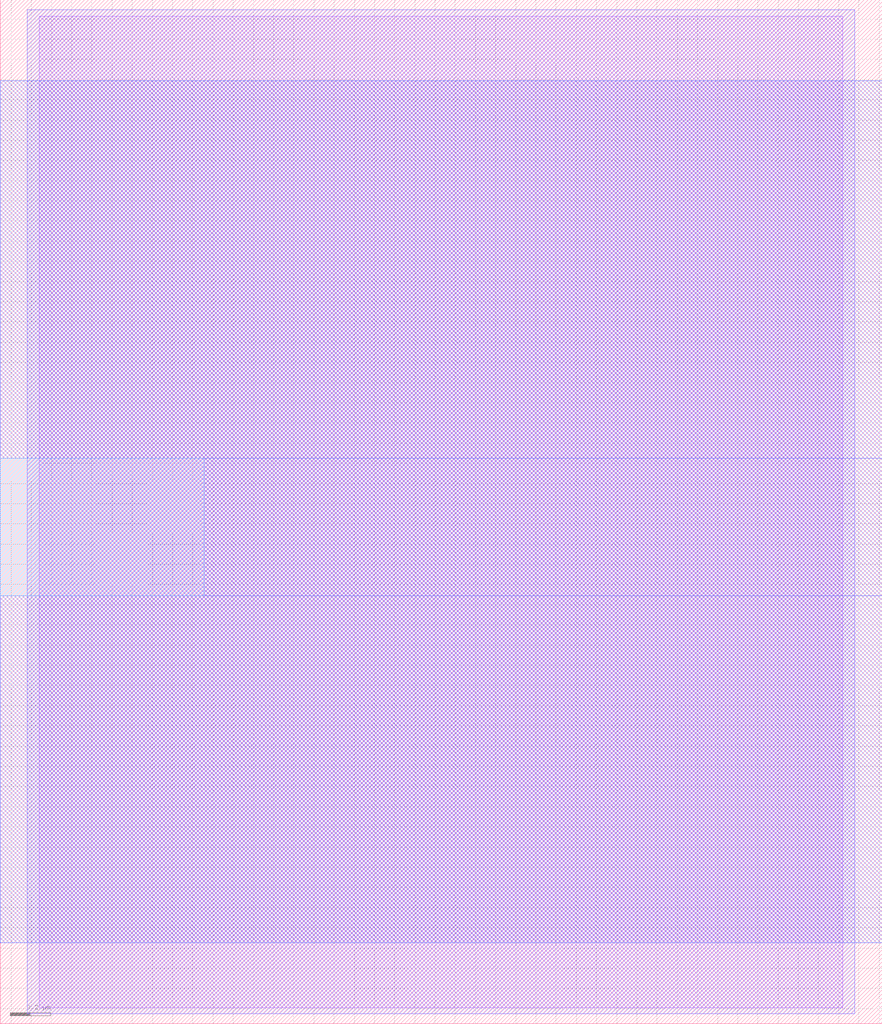
<source format=lef>
VERSION 5.7 ;
  NOWIREEXTENSIONATPIN ON ;
  DIVIDERCHAR "/" ;
  BUSBITCHARS "[]" ;
MACRO TOP
  CLASS BLOCK ;
  FOREIGN TOP ;
  ORIGIN 0.855 1.275 ;
  SIZE 4.370 BY 5.070 ;
  OBS
      LAYER nwell ;
        RECT -0.855 1.525 3.515 3.395 ;
      LAYER pwell ;
        RECT -0.855 0.845 0.155 1.525 ;
      LAYER nwell ;
        RECT 0.155 0.845 3.515 1.525 ;
        RECT -0.855 -0.875 3.515 0.845 ;
      LAYER li1 ;
        RECT -0.660 -1.195 3.320 3.715 ;
      LAYER met1 ;
        RECT -0.720 -1.225 3.380 3.745 ;
  END
END TOP
END LIBRARY


</source>
